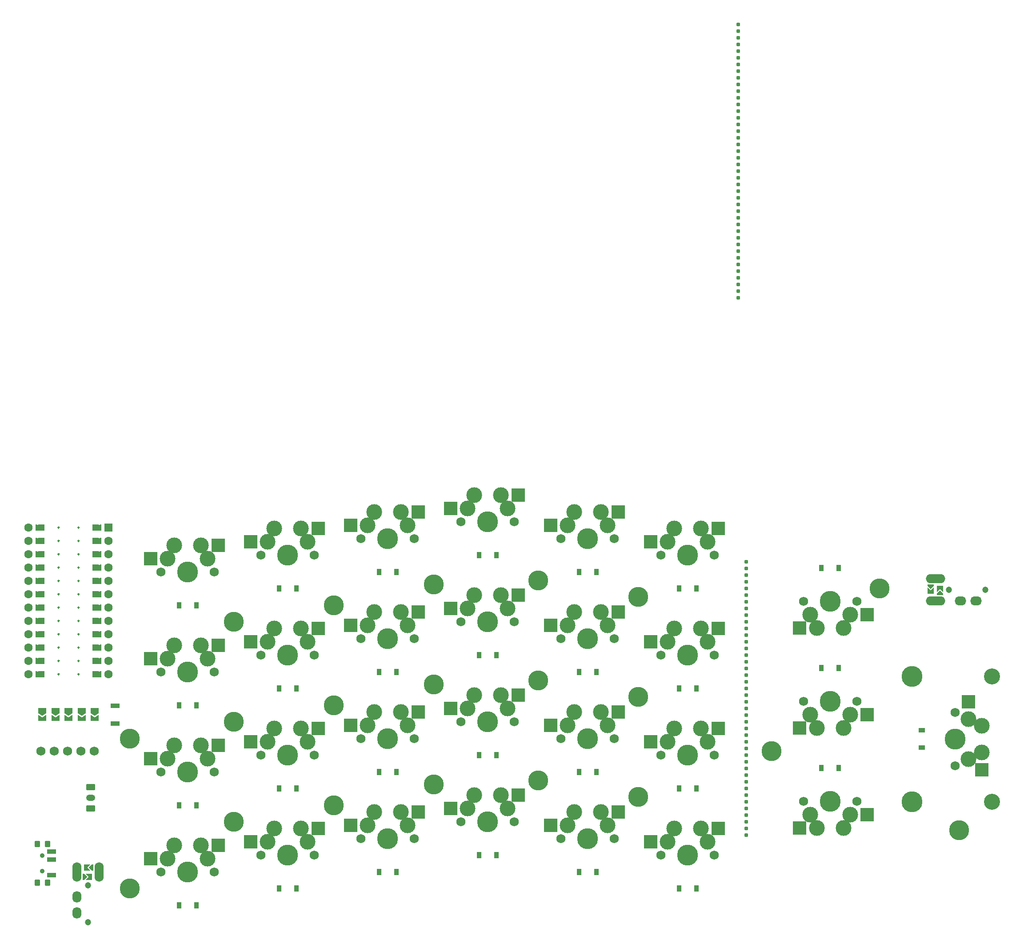
<source format=gbr>
%TF.GenerationSoftware,KiCad,Pcbnew,7.0.7*%
%TF.CreationDate,2024-02-04T16:52:20-05:00*%
%TF.ProjectId,garden,67617264-656e-42e6-9b69-6361645f7063,rev?*%
%TF.SameCoordinates,Original*%
%TF.FileFunction,Soldermask,Bot*%
%TF.FilePolarity,Negative*%
%FSLAX46Y46*%
G04 Gerber Fmt 4.6, Leading zero omitted, Abs format (unit mm)*
G04 Created by KiCad (PCBNEW 7.0.7) date 2024-02-04 16:52:20*
%MOMM*%
%LPD*%
G01*
G04 APERTURE LIST*
G04 Aperture macros list*
%AMRoundRect*
0 Rectangle with rounded corners*
0 $1 Rounding radius*
0 $2 $3 $4 $5 $6 $7 $8 $9 X,Y pos of 4 corners*
0 Add a 4 corners polygon primitive as box body*
4,1,4,$2,$3,$4,$5,$6,$7,$8,$9,$2,$3,0*
0 Add four circle primitives for the rounded corners*
1,1,$1+$1,$2,$3*
1,1,$1+$1,$4,$5*
1,1,$1+$1,$6,$7*
1,1,$1+$1,$8,$9*
0 Add four rect primitives between the rounded corners*
20,1,$1+$1,$2,$3,$4,$5,0*
20,1,$1+$1,$4,$5,$6,$7,0*
20,1,$1+$1,$6,$7,$8,$9,0*
20,1,$1+$1,$8,$9,$2,$3,0*%
%AMFreePoly0*
4,1,6,0.600000,-0.200000,0.600000,-0.500000,-0.600000,-0.500000,-0.600000,-0.200000,0.000000,0.400000,0.600000,-0.200000,0.600000,-0.200000,$1*%
%AMFreePoly1*
4,1,6,0.600000,-1.000000,0.000000,-0.400000,-0.600000,-1.000000,-0.600000,0.250000,0.600000,0.250000,0.600000,-1.000000,0.600000,-1.000000,$1*%
%AMFreePoly2*
4,1,6,0.500000,-0.750000,-0.500000,-0.750000,-1.000000,0.000000,-0.500000,0.750000,0.500000,0.750000,0.500000,-0.750000,0.500000,-0.750000,$1*%
%AMFreePoly3*
4,1,6,0.150000,0.000000,0.650000,-0.750000,-0.500000,-0.750000,-0.500000,0.750000,0.650000,0.750000,0.150000,0.000000,0.150000,0.000000,$1*%
%AMFreePoly4*
4,1,6,0.600000,-0.200000,0.600000,-0.400000,-0.600000,-0.400000,-0.600000,-0.200000,0.000000,0.400000,0.600000,-0.200000,0.600000,-0.200000,$1*%
%AMFreePoly5*
4,1,6,0.600000,0.200000,0.000000,-0.400000,-0.600000,0.200000,-0.600000,0.500000,0.600000,0.500000,0.600000,0.200000,0.600000,0.200000,$1*%
%AMFreePoly6*
4,1,6,0.600000,-0.250000,-0.600000,-0.250000,-0.600000,1.000000,0.000000,0.400000,0.600000,1.000000,0.600000,-0.250000,0.600000,-0.250000,$1*%
G04 Aperture macros list end*
%ADD10C,0.250000*%
%ADD11C,0.100000*%
%ADD12C,0.787400*%
%ADD13C,2.600000*%
%ADD14C,3.800000*%
%ADD15C,1.750000*%
%ADD16C,3.000000*%
%ADD17C,3.987800*%
%ADD18R,2.550000X2.500000*%
%ADD19R,0.900000X1.200000*%
%ADD20O,1.700000X3.700000*%
%ADD21FreePoly0,270.000000*%
%ADD22C,1.200000*%
%ADD23FreePoly0,90.000000*%
%ADD24FreePoly1,90.000000*%
%ADD25FreePoly1,270.000000*%
%ADD26O,1.700000X2.200000*%
%ADD27R,1.200000X0.900000*%
%ADD28R,1.803400X0.812800*%
%ADD29FreePoly2,90.000000*%
%ADD30FreePoly3,90.000000*%
%ADD31C,3.048000*%
%ADD32R,2.500000X2.550000*%
%ADD33C,1.752600*%
%ADD34C,0.900000*%
%ADD35RoundRect,0.102000X0.750000X-0.350000X0.750000X0.350000X-0.750000X0.350000X-0.750000X-0.350000X0*%
%ADD36RoundRect,0.102000X0.400000X-0.500000X0.400000X0.500000X-0.400000X0.500000X-0.400000X-0.500000X0*%
%ADD37RoundRect,0.250000X0.625000X-0.350000X0.625000X0.350000X-0.625000X0.350000X-0.625000X-0.350000X0*%
%ADD38RoundRect,0.250000X-0.625000X0.350000X-0.625000X-0.350000X0.625000X-0.350000X0.625000X0.350000X0*%
%ADD39O,1.750000X1.200000*%
%ADD40C,1.600000*%
%ADD41R,1.600000X1.600000*%
%ADD42FreePoly4,90.000000*%
%ADD43FreePoly4,270.000000*%
%ADD44O,3.700000X1.700000*%
%ADD45FreePoly5,0.000000*%
%ADD46FreePoly5,180.000000*%
%ADD47FreePoly6,0.000000*%
%ADD48FreePoly6,180.000000*%
%ADD49O,2.200000X1.700000*%
G04 APERTURE END LIST*
D10*
%TO.C,U1*%
X30859250Y-41534179D02*
G75*
G03*
X30859250Y-41534179I-125000J0D01*
G01*
X27053250Y-41534179D02*
G75*
G03*
X27053250Y-41534179I-125000J0D01*
G01*
X30859250Y-44074179D02*
G75*
G03*
X30859250Y-44074179I-125000J0D01*
G01*
X27053250Y-44074179D02*
G75*
G03*
X27053250Y-44074179I-125000J0D01*
G01*
X30859250Y-46614179D02*
G75*
G03*
X30859250Y-46614179I-125000J0D01*
G01*
X27053250Y-46614179D02*
G75*
G03*
X27053250Y-46614179I-125000J0D01*
G01*
X30859250Y-49154179D02*
G75*
G03*
X30859250Y-49154179I-125000J0D01*
G01*
X27053250Y-49154179D02*
G75*
G03*
X27053250Y-49154179I-125000J0D01*
G01*
X30859250Y-51694179D02*
G75*
G03*
X30859250Y-51694179I-125000J0D01*
G01*
X27053250Y-51694179D02*
G75*
G03*
X27053250Y-51694179I-125000J0D01*
G01*
X30859250Y-54234179D02*
G75*
G03*
X30859250Y-54234179I-125000J0D01*
G01*
X27053250Y-54234179D02*
G75*
G03*
X27053250Y-54234179I-125000J0D01*
G01*
X30859250Y-56774179D02*
G75*
G03*
X30859250Y-56774179I-125000J0D01*
G01*
X27053250Y-56774179D02*
G75*
G03*
X27053250Y-56774179I-125000J0D01*
G01*
X30859250Y-59314179D02*
G75*
G03*
X30859250Y-59314179I-125000J0D01*
G01*
X27053250Y-59314179D02*
G75*
G03*
X27053250Y-59314179I-125000J0D01*
G01*
X30859250Y-61854179D02*
G75*
G03*
X30859250Y-61854179I-125000J0D01*
G01*
X27053250Y-61854179D02*
G75*
G03*
X27053250Y-61854179I-125000J0D01*
G01*
X30859250Y-64394179D02*
G75*
G03*
X30859250Y-64394179I-125000J0D01*
G01*
X27053250Y-64394179D02*
G75*
G03*
X27053250Y-64394179I-125000J0D01*
G01*
X30859250Y-66934179D02*
G75*
G03*
X30859250Y-66934179I-125000J0D01*
G01*
X27053250Y-66934179D02*
G75*
G03*
X27053250Y-66934179I-125000J0D01*
G01*
X30859250Y-69474179D02*
G75*
G03*
X30859250Y-69474179I-125000J0D01*
G01*
X27053250Y-69474179D02*
G75*
G03*
X27053250Y-69474179I-125000J0D01*
G01*
D11*
X34927250Y-42042179D02*
X33911250Y-42042179D01*
X33911250Y-41026179D01*
X34927250Y-41026179D01*
X34927250Y-42042179D01*
G36*
X34927250Y-42042179D02*
G01*
X33911250Y-42042179D01*
X33911250Y-41026179D01*
X34927250Y-41026179D01*
X34927250Y-42042179D01*
G37*
X23751250Y-42042179D02*
X22735250Y-42042179D01*
X22735250Y-41026179D01*
X23751250Y-41026179D01*
X23751250Y-42042179D01*
G36*
X23751250Y-42042179D02*
G01*
X22735250Y-42042179D01*
X22735250Y-41026179D01*
X23751250Y-41026179D01*
X23751250Y-42042179D01*
G37*
X34927250Y-44582179D02*
X33911250Y-44582179D01*
X33911250Y-43566179D01*
X34927250Y-43566179D01*
X34927250Y-44582179D01*
G36*
X34927250Y-44582179D02*
G01*
X33911250Y-44582179D01*
X33911250Y-43566179D01*
X34927250Y-43566179D01*
X34927250Y-44582179D01*
G37*
X23751250Y-44582179D02*
X22735250Y-44582179D01*
X22735250Y-43566179D01*
X23751250Y-43566179D01*
X23751250Y-44582179D01*
G36*
X23751250Y-44582179D02*
G01*
X22735250Y-44582179D01*
X22735250Y-43566179D01*
X23751250Y-43566179D01*
X23751250Y-44582179D01*
G37*
X34927250Y-47122179D02*
X33911250Y-47122179D01*
X33911250Y-46106179D01*
X34927250Y-46106179D01*
X34927250Y-47122179D01*
G36*
X34927250Y-47122179D02*
G01*
X33911250Y-47122179D01*
X33911250Y-46106179D01*
X34927250Y-46106179D01*
X34927250Y-47122179D01*
G37*
X23751250Y-47122179D02*
X22735250Y-47122179D01*
X22735250Y-46106179D01*
X23751250Y-46106179D01*
X23751250Y-47122179D01*
G36*
X23751250Y-47122179D02*
G01*
X22735250Y-47122179D01*
X22735250Y-46106179D01*
X23751250Y-46106179D01*
X23751250Y-47122179D01*
G37*
X34927250Y-49662179D02*
X33911250Y-49662179D01*
X33911250Y-48646179D01*
X34927250Y-48646179D01*
X34927250Y-49662179D01*
G36*
X34927250Y-49662179D02*
G01*
X33911250Y-49662179D01*
X33911250Y-48646179D01*
X34927250Y-48646179D01*
X34927250Y-49662179D01*
G37*
X23751250Y-49662179D02*
X22735250Y-49662179D01*
X22735250Y-48646179D01*
X23751250Y-48646179D01*
X23751250Y-49662179D01*
G36*
X23751250Y-49662179D02*
G01*
X22735250Y-49662179D01*
X22735250Y-48646179D01*
X23751250Y-48646179D01*
X23751250Y-49662179D01*
G37*
X34927250Y-52202179D02*
X33911250Y-52202179D01*
X33911250Y-51186179D01*
X34927250Y-51186179D01*
X34927250Y-52202179D01*
G36*
X34927250Y-52202179D02*
G01*
X33911250Y-52202179D01*
X33911250Y-51186179D01*
X34927250Y-51186179D01*
X34927250Y-52202179D01*
G37*
X23751250Y-52202179D02*
X22735250Y-52202179D01*
X22735250Y-51186179D01*
X23751250Y-51186179D01*
X23751250Y-52202179D01*
G36*
X23751250Y-52202179D02*
G01*
X22735250Y-52202179D01*
X22735250Y-51186179D01*
X23751250Y-51186179D01*
X23751250Y-52202179D01*
G37*
X34927250Y-54742179D02*
X33911250Y-54742179D01*
X33911250Y-53726179D01*
X34927250Y-53726179D01*
X34927250Y-54742179D01*
G36*
X34927250Y-54742179D02*
G01*
X33911250Y-54742179D01*
X33911250Y-53726179D01*
X34927250Y-53726179D01*
X34927250Y-54742179D01*
G37*
X23751250Y-54742179D02*
X22735250Y-54742179D01*
X22735250Y-53726179D01*
X23751250Y-53726179D01*
X23751250Y-54742179D01*
G36*
X23751250Y-54742179D02*
G01*
X22735250Y-54742179D01*
X22735250Y-53726179D01*
X23751250Y-53726179D01*
X23751250Y-54742179D01*
G37*
X34927250Y-57282179D02*
X33911250Y-57282179D01*
X33911250Y-56266179D01*
X34927250Y-56266179D01*
X34927250Y-57282179D01*
G36*
X34927250Y-57282179D02*
G01*
X33911250Y-57282179D01*
X33911250Y-56266179D01*
X34927250Y-56266179D01*
X34927250Y-57282179D01*
G37*
X23751250Y-57282179D02*
X22735250Y-57282179D01*
X22735250Y-56266179D01*
X23751250Y-56266179D01*
X23751250Y-57282179D01*
G36*
X23751250Y-57282179D02*
G01*
X22735250Y-57282179D01*
X22735250Y-56266179D01*
X23751250Y-56266179D01*
X23751250Y-57282179D01*
G37*
X34927250Y-59822179D02*
X33911250Y-59822179D01*
X33911250Y-58806179D01*
X34927250Y-58806179D01*
X34927250Y-59822179D01*
G36*
X34927250Y-59822179D02*
G01*
X33911250Y-59822179D01*
X33911250Y-58806179D01*
X34927250Y-58806179D01*
X34927250Y-59822179D01*
G37*
X23751250Y-59822179D02*
X22735250Y-59822179D01*
X22735250Y-58806179D01*
X23751250Y-58806179D01*
X23751250Y-59822179D01*
G36*
X23751250Y-59822179D02*
G01*
X22735250Y-59822179D01*
X22735250Y-58806179D01*
X23751250Y-58806179D01*
X23751250Y-59822179D01*
G37*
X34927250Y-62362179D02*
X33911250Y-62362179D01*
X33911250Y-61346179D01*
X34927250Y-61346179D01*
X34927250Y-62362179D01*
G36*
X34927250Y-62362179D02*
G01*
X33911250Y-62362179D01*
X33911250Y-61346179D01*
X34927250Y-61346179D01*
X34927250Y-62362179D01*
G37*
X23751250Y-62362179D02*
X22735250Y-62362179D01*
X22735250Y-61346179D01*
X23751250Y-61346179D01*
X23751250Y-62362179D01*
G36*
X23751250Y-62362179D02*
G01*
X22735250Y-62362179D01*
X22735250Y-61346179D01*
X23751250Y-61346179D01*
X23751250Y-62362179D01*
G37*
X34927250Y-64902179D02*
X33911250Y-64902179D01*
X33911250Y-63886179D01*
X34927250Y-63886179D01*
X34927250Y-64902179D01*
G36*
X34927250Y-64902179D02*
G01*
X33911250Y-64902179D01*
X33911250Y-63886179D01*
X34927250Y-63886179D01*
X34927250Y-64902179D01*
G37*
X23751250Y-64902179D02*
X22735250Y-64902179D01*
X22735250Y-63886179D01*
X23751250Y-63886179D01*
X23751250Y-64902179D01*
G36*
X23751250Y-64902179D02*
G01*
X22735250Y-64902179D01*
X22735250Y-63886179D01*
X23751250Y-63886179D01*
X23751250Y-64902179D01*
G37*
X34927250Y-67442179D02*
X33911250Y-67442179D01*
X33911250Y-66426179D01*
X34927250Y-66426179D01*
X34927250Y-67442179D01*
G36*
X34927250Y-67442179D02*
G01*
X33911250Y-67442179D01*
X33911250Y-66426179D01*
X34927250Y-66426179D01*
X34927250Y-67442179D01*
G37*
X23751250Y-67442179D02*
X22735250Y-67442179D01*
X22735250Y-66426179D01*
X23751250Y-66426179D01*
X23751250Y-67442179D01*
G36*
X23751250Y-67442179D02*
G01*
X22735250Y-67442179D01*
X22735250Y-66426179D01*
X23751250Y-66426179D01*
X23751250Y-67442179D01*
G37*
X34927250Y-69982179D02*
X33911250Y-69982179D01*
X33911250Y-68966179D01*
X34927250Y-68966179D01*
X34927250Y-69982179D01*
G36*
X34927250Y-69982179D02*
G01*
X33911250Y-69982179D01*
X33911250Y-68966179D01*
X34927250Y-68966179D01*
X34927250Y-69982179D01*
G37*
X23751250Y-69982179D02*
X22735250Y-69982179D01*
X22735250Y-68966179D01*
X23751250Y-68966179D01*
X23751250Y-69982179D01*
G36*
X23751250Y-69982179D02*
G01*
X22735250Y-69982179D01*
X22735250Y-68966179D01*
X23751250Y-68966179D01*
X23751250Y-69982179D01*
G37*
%TD*%
D12*
%TO.C,REF\u002A\u002A*%
X156368750Y8572500D03*
X156368750Y9842500D03*
X156368750Y11112500D03*
X156368750Y12382500D03*
X156368750Y13652500D03*
%TD*%
%TO.C,REF\u002A\u002A*%
X156368750Y46672500D03*
X156368750Y47942500D03*
X156368750Y49212500D03*
X156368750Y50482500D03*
X156368750Y51752500D03*
%TD*%
%TO.C,REF\u002A\u002A*%
X156368750Y40322500D03*
X156368750Y41592500D03*
X156368750Y42862500D03*
X156368750Y44132500D03*
X156368750Y45402500D03*
%TD*%
%TO.C,REF\u002A\u002A*%
X156368750Y33972500D03*
X156368750Y35242500D03*
X156368750Y36512500D03*
X156368750Y37782500D03*
X156368750Y39052500D03*
%TD*%
%TO.C,REF\u002A\u002A*%
X156368750Y14922500D03*
X156368750Y16192500D03*
X156368750Y17462500D03*
X156368750Y18732500D03*
X156368750Y20002500D03*
%TD*%
%TO.C,REF\u002A\u002A*%
X156368750Y21272500D03*
X156368750Y22542500D03*
X156368750Y23812500D03*
X156368750Y25082500D03*
X156368750Y26352500D03*
%TD*%
%TO.C,REF\u002A\u002A*%
X156368750Y2222500D03*
X156368750Y3492500D03*
X156368750Y4762500D03*
X156368750Y6032500D03*
X156368750Y7302500D03*
%TD*%
%TO.C,REF\u002A\u002A*%
X156368750Y53022500D03*
X156368750Y54292500D03*
%TD*%
%TO.C,REF\u002A\u002A*%
X156368750Y27622500D03*
X156368750Y28892500D03*
X156368750Y30162500D03*
X156368750Y31432500D03*
X156368750Y32702500D03*
%TD*%
D13*
%TO.C,REF\u002A\u002A*%
X162718750Y-84137500D03*
D14*
X162718750Y-84137500D03*
%TD*%
D12*
%TO.C,REF\u002A\u002A*%
X157956250Y-88741250D03*
X157956250Y-90011250D03*
X157956250Y-91281250D03*
X157956250Y-92551250D03*
X157956250Y-93821250D03*
%TD*%
D15*
%TO.C,MX15*%
X103601250Y-78581250D03*
D16*
X104871250Y-76041250D03*
D17*
X108681250Y-78581250D03*
D16*
X111221250Y-73501250D03*
D15*
X113761250Y-78581250D03*
D18*
X101596250Y-76041250D03*
X114523250Y-73501250D03*
%TD*%
D19*
%TO.C,D28*%
X172243750Y-49276004D03*
X175543750Y-49276004D03*
%TD*%
%TO.C,D3*%
X53181250Y-94456250D03*
X49881250Y-94456250D03*
%TD*%
D13*
%TO.C,REF\u002A\u002A*%
X118268750Y-89693750D03*
D14*
X118268750Y-89693750D03*
%TD*%
D15*
%TO.C,MX4*%
X46451250Y-107156250D03*
D16*
X47721250Y-104616250D03*
D17*
X51531250Y-107156250D03*
D16*
X54071250Y-102076250D03*
D15*
X56611250Y-107156250D03*
D18*
X44446250Y-104616250D03*
X57373250Y-102076250D03*
%TD*%
D19*
%TO.C,D13*%
X110331250Y-46831250D03*
X107031250Y-46831250D03*
%TD*%
D13*
%TO.C,REF\u002A\u002A*%
X60325000Y-78581250D03*
D14*
X60325000Y-78581250D03*
%TD*%
D12*
%TO.C,REF\u002A\u002A*%
X157956250Y-50641250D03*
X157956250Y-51911250D03*
X157956250Y-53181250D03*
X157956250Y-54451250D03*
X157956250Y-55721250D03*
%TD*%
D19*
%TO.C,D27*%
X172243750Y-68326004D03*
X175543750Y-68326004D03*
%TD*%
D13*
%TO.C,REF\u002A\u002A*%
X40481250Y-81756250D03*
D14*
X40481250Y-81756250D03*
%TD*%
D13*
%TO.C,REF\u002A\u002A*%
X137318750Y-92868750D03*
D14*
X137318750Y-92868750D03*
%TD*%
D12*
%TO.C,REF\u002A\u002A*%
X157956250Y-56991250D03*
X157956250Y-58261250D03*
X157956250Y-59531250D03*
X157956250Y-60801250D03*
X157956250Y-62071250D03*
%TD*%
D19*
%TO.C,D14*%
X110331250Y-65881250D03*
X107031250Y-65881250D03*
%TD*%
%TO.C,D6*%
X72231250Y-72231250D03*
X68931250Y-72231250D03*
%TD*%
D13*
%TO.C,REF\u002A\u002A*%
X79375000Y-94456250D03*
D14*
X79375000Y-94456250D03*
%TD*%
D13*
%TO.C,REF\u002A\u002A*%
X98425000Y-90487500D03*
D14*
X98425000Y-90487500D03*
%TD*%
D13*
%TO.C,REF\u002A\u002A*%
X79375000Y-75406250D03*
D14*
X79375000Y-75406250D03*
%TD*%
D12*
%TO.C,REF\u002A\u002A*%
X157956250Y-63341250D03*
X157956250Y-64611250D03*
X157956250Y-65881250D03*
X157956250Y-67151250D03*
X157956250Y-68421250D03*
%TD*%
D19*
%TO.C,D17*%
X129381250Y-50006250D03*
X126081250Y-50006250D03*
%TD*%
D13*
%TO.C,REF\u002A\u002A*%
X137318750Y-73818750D03*
D14*
X137318750Y-73818750D03*
%TD*%
D19*
%TO.C,D24*%
X148431250Y-110331250D03*
X145131250Y-110331250D03*
%TD*%
D15*
%TO.C,MX15*%
X113761250Y-78581250D03*
D16*
X112491250Y-76041250D03*
D17*
X108681250Y-78581250D03*
D16*
X106141250Y-73501250D03*
D15*
X103601250Y-78581250D03*
%TD*%
%TO.C,MX17*%
X132811250Y-43656250D03*
D16*
X131541250Y-41116250D03*
D17*
X127731250Y-43656250D03*
D16*
X125191250Y-38576250D03*
D15*
X122651250Y-43656250D03*
%TD*%
%TO.C,MX9*%
X94711250Y-43656250D03*
D16*
X93441250Y-41116250D03*
D17*
X89631250Y-43656250D03*
D16*
X87091250Y-38576250D03*
D15*
X84551250Y-43656250D03*
%TD*%
%TO.C,MX21*%
X151861250Y-46831250D03*
D16*
X150591250Y-44291250D03*
D17*
X146781250Y-46831250D03*
D16*
X144241250Y-41751250D03*
D15*
X141701250Y-46831250D03*
%TD*%
%TO.C,MX20*%
X132811250Y-100806250D03*
D16*
X131541250Y-98266250D03*
D17*
X127731250Y-100806250D03*
D16*
X125191250Y-95726250D03*
D15*
X122651250Y-100806250D03*
%TD*%
%TO.C,MX8*%
X75661250Y-103981250D03*
D16*
X74391250Y-101441250D03*
D17*
X70581250Y-103981250D03*
D16*
X68041250Y-98901250D03*
D15*
X65501250Y-103981250D03*
%TD*%
D20*
%TO.C,U2*%
X30443750Y-107193750D03*
D21*
X32035750Y-108083750D03*
D22*
X32543750Y-109743750D03*
X32543750Y-109743750D03*
X32543750Y-116743750D03*
X32543750Y-116743750D03*
D23*
X33051750Y-106305750D03*
D20*
X34643750Y-107193750D03*
D24*
X32035750Y-106305750D03*
D25*
X33051750Y-108083750D03*
D26*
X30443750Y-111943750D03*
X30443750Y-114943750D03*
%TD*%
D19*
%TO.C,D21*%
X148431250Y-53181250D03*
X145131250Y-53181250D03*
%TD*%
D15*
%TO.C,MX1*%
X46451250Y-50006250D03*
D16*
X47721250Y-47466250D03*
D17*
X51531250Y-50006250D03*
D16*
X54071250Y-44926250D03*
D15*
X56611250Y-50006250D03*
D18*
X44446250Y-47466250D03*
X57373250Y-44926250D03*
%TD*%
D13*
%TO.C,REF\u002A\u002A*%
X60325000Y-59531250D03*
D14*
X60325000Y-59531250D03*
%TD*%
D13*
%TO.C,REF\u002A\u002A*%
X198437500Y-99218750D03*
D14*
X198437500Y-99218750D03*
%TD*%
D27*
%TO.C,D25*%
X191376729Y-83490229D03*
X191376729Y-80190229D03*
%TD*%
D15*
%TO.C,MX23*%
X141701250Y-84931250D03*
D16*
X142971250Y-82391250D03*
D17*
X146781250Y-84931250D03*
D16*
X149321250Y-79851250D03*
D15*
X151861250Y-84931250D03*
D18*
X139696250Y-82391250D03*
X152623250Y-79851250D03*
%TD*%
D19*
%TO.C,D2*%
X53181250Y-75406250D03*
X49881250Y-75406250D03*
%TD*%
%TO.C,D5*%
X72231250Y-53181250D03*
X68931250Y-53181250D03*
%TD*%
D15*
%TO.C,MX27*%
X178973750Y-74676004D03*
X178973750Y-74676004D03*
D16*
X177703750Y-77216004D03*
X176433750Y-79756004D03*
D17*
X173893750Y-74676004D03*
X173893750Y-74676004D03*
D16*
X171353750Y-79756004D03*
X170083750Y-77216004D03*
D15*
X168813750Y-74676004D03*
X168813750Y-74676004D03*
D18*
X180978750Y-77216004D03*
X168051750Y-79756004D03*
%TD*%
D15*
%TO.C,MX22*%
X141701250Y-65881250D03*
D16*
X142971250Y-63341250D03*
D17*
X146781250Y-65881250D03*
D16*
X149321250Y-60801250D03*
D15*
X151861250Y-65881250D03*
D18*
X139696250Y-63341250D03*
X152623250Y-60801250D03*
%TD*%
D15*
%TO.C,MX28*%
X178973750Y-55626004D03*
X178973750Y-55626004D03*
D16*
X177703750Y-58166004D03*
X176433750Y-60706004D03*
D17*
X173893750Y-55626004D03*
X173893750Y-55626004D03*
D16*
X171353750Y-60706004D03*
X170083750Y-58166004D03*
D15*
X168813750Y-55626004D03*
X168813750Y-55626004D03*
D18*
X180978750Y-58166004D03*
X168051750Y-60706004D03*
%TD*%
D15*
%TO.C,MX8*%
X65501250Y-103981250D03*
D16*
X66771250Y-101441250D03*
D17*
X70581250Y-103981250D03*
D16*
X73121250Y-98901250D03*
D15*
X75661250Y-103981250D03*
D18*
X63496250Y-101441250D03*
X76423250Y-98901250D03*
%TD*%
D19*
%TO.C,D18*%
X129381250Y-69056250D03*
X126081250Y-69056250D03*
%TD*%
D15*
%TO.C,MX16*%
X103601250Y-97631250D03*
D16*
X104871250Y-95091250D03*
D17*
X108681250Y-97631250D03*
D16*
X111221250Y-92551250D03*
D15*
X113761250Y-97631250D03*
D18*
X101596250Y-95091250D03*
X114523250Y-92551250D03*
%TD*%
D13*
%TO.C,REF\u002A\u002A*%
X137318750Y-54768750D03*
D14*
X137318750Y-54768750D03*
%TD*%
D19*
%TO.C,D26*%
X172243750Y-87376004D03*
X175543750Y-87376004D03*
%TD*%
D12*
%TO.C,REF\u002A\u002A*%
X157956250Y-82391250D03*
X157956250Y-83661250D03*
X157956250Y-84931250D03*
X157956250Y-86201250D03*
X157956250Y-87471250D03*
%TD*%
D13*
%TO.C,REF\u002A\u002A*%
X98425000Y-52387500D03*
D14*
X98425000Y-52387500D03*
%TD*%
D19*
%TO.C,D12*%
X91281250Y-107156250D03*
X87981250Y-107156250D03*
%TD*%
D28*
%TO.C,SW0*%
X37677250Y-78919804D03*
X37677250Y-75519800D03*
%TD*%
D15*
%TO.C,MX11*%
X84551250Y-81756250D03*
D16*
X85821250Y-79216250D03*
D17*
X89631250Y-81756250D03*
D16*
X92171250Y-76676250D03*
D15*
X94711250Y-81756250D03*
D18*
X82546250Y-79216250D03*
X95473250Y-76676250D03*
%TD*%
D13*
%TO.C,REF\u002A\u002A*%
X183356250Y-53181250D03*
D14*
X183356250Y-53181250D03*
%TD*%
D19*
%TO.C,D11*%
X91281250Y-88106250D03*
X87981250Y-88106250D03*
%TD*%
D15*
%TO.C,MX18*%
X122651250Y-62706250D03*
D16*
X123921250Y-60166250D03*
D17*
X127731250Y-62706250D03*
D16*
X130271250Y-57626250D03*
D15*
X132811250Y-62706250D03*
D18*
X120646250Y-60166250D03*
X133573250Y-57626250D03*
%TD*%
D19*
%TO.C,D20*%
X129381250Y-107156250D03*
X126081250Y-107156250D03*
%TD*%
D15*
%TO.C,MX26*%
X178973750Y-93726004D03*
X178973750Y-93726004D03*
D16*
X177703750Y-96266004D03*
X176433750Y-98806004D03*
D17*
X173893750Y-93726004D03*
X173893750Y-93726004D03*
D16*
X171353750Y-98806004D03*
X170083750Y-96266004D03*
D15*
X168813750Y-93726004D03*
X168813750Y-93726004D03*
D18*
X180978750Y-96266004D03*
X168051750Y-98806004D03*
%TD*%
D15*
%TO.C,MX9*%
X84551250Y-43656250D03*
D16*
X85821250Y-41116250D03*
D17*
X89631250Y-43656250D03*
D16*
X92171250Y-38576250D03*
D15*
X94711250Y-43656250D03*
D18*
X82546250Y-41116250D03*
X95473250Y-38576250D03*
%TD*%
D19*
%TO.C,D4*%
X53181250Y-113506250D03*
X49881250Y-113506250D03*
%TD*%
D15*
%TO.C,MX3*%
X46451250Y-88106250D03*
D16*
X47721250Y-85566250D03*
D17*
X51531250Y-88106250D03*
D16*
X54071250Y-83026250D03*
D15*
X56611250Y-88106250D03*
D18*
X44446250Y-85566250D03*
X57373250Y-83026250D03*
%TD*%
D19*
%TO.C,D19*%
X129381250Y-88106250D03*
X126081250Y-88106250D03*
%TD*%
%TO.C,D23*%
X148431250Y-91281250D03*
X145131250Y-91281250D03*
%TD*%
D13*
%TO.C,REF\u002A\u002A*%
X60325000Y-97631250D03*
D14*
X60325000Y-97631250D03*
%TD*%
D29*
%TO.C,J1*%
X23831250Y-76428000D03*
X26331250Y-76428000D03*
X28831250Y-76428000D03*
X31331250Y-76428000D03*
X33831250Y-76428000D03*
D30*
X23831250Y-77878000D03*
X26331250Y-77878000D03*
X28831250Y-77878000D03*
X31331250Y-77878000D03*
X33831250Y-77878000D03*
%TD*%
D19*
%TO.C,D16*%
X110331250Y-103981250D03*
X107031250Y-103981250D03*
%TD*%
D31*
%TO.C,MX25*%
X204711729Y-69902229D03*
D17*
X189471729Y-69902229D03*
D15*
X197726729Y-76760229D03*
D16*
X200266729Y-78030229D03*
X202806729Y-79300229D03*
D17*
X197726729Y-81840229D03*
D16*
X202806729Y-84380229D03*
X200266729Y-85650229D03*
D15*
X197726729Y-86920229D03*
D31*
X204711729Y-93778229D03*
D17*
X189471729Y-93778229D03*
D32*
X200266729Y-74755229D03*
X202806729Y-87682229D03*
%TD*%
D12*
%TO.C,REF\u002A\u002A*%
X157956250Y-76041250D03*
X157956250Y-77311250D03*
X157956250Y-78581250D03*
X157956250Y-79851250D03*
X157956250Y-81121250D03*
%TD*%
D15*
%TO.C,MX10*%
X84551250Y-62706250D03*
D16*
X85821250Y-60166250D03*
D17*
X89631250Y-62706250D03*
D16*
X92171250Y-57626250D03*
D15*
X94711250Y-62706250D03*
D18*
X82546250Y-60166250D03*
X95473250Y-57626250D03*
%TD*%
D19*
%TO.C,D7*%
X72231250Y-91281250D03*
X68931250Y-91281250D03*
%TD*%
%TO.C,D1*%
X53181250Y-56356250D03*
X49881250Y-56356250D03*
%TD*%
%TO.C,D10*%
X91281250Y-69056250D03*
X87981250Y-69056250D03*
%TD*%
%TO.C,D15*%
X110331250Y-84931250D03*
X107031250Y-84931250D03*
%TD*%
D13*
%TO.C,REF\u002A\u002A*%
X98425000Y-71437500D03*
D14*
X98425000Y-71437500D03*
%TD*%
D15*
%TO.C,MX18*%
X132811250Y-62706250D03*
D16*
X131541250Y-60166250D03*
D17*
X127731250Y-62706250D03*
D16*
X125191250Y-57626250D03*
D15*
X122651250Y-62706250D03*
%TD*%
D33*
%TO.C,Display1*%
X23591250Y-84137500D03*
X26131250Y-84137500D03*
X28671250Y-84137500D03*
X31211250Y-84137500D03*
X33751250Y-84137500D03*
%TD*%
D34*
%TO.C,SW1*%
X23821000Y-107010429D03*
X23821000Y-107010429D03*
X23821000Y-104010429D03*
X23821000Y-104010429D03*
D35*
X25571000Y-107760429D03*
X25571000Y-104760429D03*
X25571000Y-103260429D03*
D36*
X24786000Y-109160429D03*
X22856000Y-109160429D03*
X22856000Y-101860429D03*
X24786000Y-101860429D03*
%TD*%
D37*
%TO.C,J2*%
X32997000Y-95029250D03*
D38*
X32997000Y-95029250D03*
D37*
X32997000Y-91029250D03*
D38*
X32997000Y-91029250D03*
D39*
X32997000Y-93029250D03*
X32997000Y-93029250D03*
X32997000Y-93029250D03*
X32997000Y-93029250D03*
%TD*%
D15*
%TO.C,MX2*%
X56611250Y-69056250D03*
D16*
X55341250Y-66516250D03*
D17*
X51531250Y-69056250D03*
D16*
X48991250Y-63976250D03*
D15*
X46451250Y-69056250D03*
%TD*%
%TO.C,MX16*%
X113761250Y-97631250D03*
D16*
X112491250Y-95091250D03*
D17*
X108681250Y-97631250D03*
D16*
X106141250Y-92551250D03*
D15*
X103601250Y-97631250D03*
%TD*%
%TO.C,MX1*%
X56611250Y-50006250D03*
D16*
X55341250Y-47466250D03*
D17*
X51531250Y-50006250D03*
D16*
X48991250Y-44926250D03*
D15*
X46451250Y-50006250D03*
%TD*%
%TO.C,MX7*%
X75661250Y-84931250D03*
D16*
X74391250Y-82391250D03*
D17*
X70581250Y-84931250D03*
D16*
X68041250Y-79851250D03*
D15*
X65501250Y-84931250D03*
%TD*%
%TO.C,MX5*%
X75661250Y-46831250D03*
D16*
X74391250Y-44291250D03*
D17*
X70581250Y-46831250D03*
D16*
X68041250Y-41751250D03*
D15*
X65501250Y-46831250D03*
%TD*%
%TO.C,MX13*%
X113761250Y-40481250D03*
D16*
X112491250Y-37941250D03*
D17*
X108681250Y-40481250D03*
D16*
X106141250Y-35401250D03*
D15*
X103601250Y-40481250D03*
%TD*%
%TO.C,MX3*%
X56611250Y-88106250D03*
D16*
X55341250Y-85566250D03*
D17*
X51531250Y-88106250D03*
D16*
X48991250Y-83026250D03*
D15*
X46451250Y-88106250D03*
%TD*%
%TO.C,MX6*%
X75661250Y-65881250D03*
D16*
X74391250Y-63341250D03*
D17*
X70581250Y-65881250D03*
D16*
X68041250Y-60801250D03*
D15*
X65501250Y-65881250D03*
%TD*%
D40*
%TO.C,U1*%
X36451250Y-41534179D03*
D41*
X36451250Y-41534179D03*
D42*
X34673250Y-41534179D03*
D43*
X22989250Y-41534179D03*
D40*
X21211250Y-41534179D03*
X36451250Y-44074179D03*
D42*
X34673250Y-44074179D03*
D43*
X22989250Y-44074179D03*
D40*
X21211250Y-44074179D03*
X36451250Y-46614179D03*
D42*
X34673250Y-46614179D03*
D43*
X22989250Y-46614179D03*
D40*
X21211250Y-46614179D03*
X36451250Y-49154179D03*
D42*
X34673250Y-49154179D03*
D43*
X22989250Y-49154179D03*
D40*
X21211250Y-49154179D03*
X36451250Y-51694179D03*
D42*
X34673250Y-51694179D03*
D43*
X22989250Y-51694179D03*
D40*
X21211250Y-51694179D03*
X36451250Y-54234179D03*
D42*
X34673250Y-54234179D03*
D43*
X22989250Y-54234179D03*
D40*
X21211250Y-54234179D03*
X36451250Y-56774179D03*
D42*
X34673250Y-56774179D03*
D43*
X22989250Y-56774179D03*
D40*
X21211250Y-56774179D03*
X36451250Y-59314179D03*
D42*
X34673250Y-59314179D03*
D43*
X22989250Y-59314179D03*
D40*
X21211250Y-59314179D03*
X36451250Y-61854179D03*
D42*
X34673250Y-61854179D03*
D43*
X22989250Y-61854179D03*
D40*
X21211250Y-61854179D03*
X36451250Y-64394179D03*
D42*
X34673250Y-64394179D03*
D43*
X22989250Y-64394179D03*
D40*
X21211250Y-64394179D03*
X36451250Y-66934179D03*
D42*
X34673250Y-66934179D03*
D43*
X22989250Y-66934179D03*
D40*
X21211250Y-66934179D03*
X36451250Y-69474179D03*
D42*
X34673250Y-69474179D03*
D43*
X22989250Y-69474179D03*
D40*
X21211250Y-69474179D03*
D25*
X24005250Y-41534179D03*
X24005250Y-44074179D03*
X24005250Y-46614179D03*
X24005250Y-49154179D03*
X24005250Y-51694179D03*
X24005250Y-54234179D03*
X24005250Y-56774179D03*
X24005250Y-59314179D03*
X24005250Y-61854179D03*
X24005250Y-64394179D03*
X24005250Y-66934179D03*
X24005250Y-69474179D03*
D24*
X33657250Y-69474179D03*
X33657250Y-66934179D03*
X33657250Y-64394179D03*
X33657250Y-61854179D03*
X33657250Y-59314179D03*
X33657250Y-56774179D03*
X33657250Y-54234179D03*
X33657250Y-51694179D03*
X33657250Y-49154179D03*
X33657250Y-46614179D03*
X33657250Y-44074179D03*
X33657250Y-41534179D03*
%TD*%
D15*
%TO.C,MX4*%
X56611250Y-107156250D03*
D16*
X55341250Y-104616250D03*
D17*
X51531250Y-107156250D03*
D16*
X48991250Y-102076250D03*
D15*
X46451250Y-107156250D03*
%TD*%
%TO.C,MX12*%
X94711250Y-100806250D03*
D16*
X93441250Y-98266250D03*
D17*
X89631250Y-100806250D03*
D16*
X87091250Y-95726250D03*
D15*
X84551250Y-100806250D03*
%TD*%
%TO.C,MX14*%
X113761250Y-59531250D03*
D16*
X112491250Y-56991250D03*
D17*
X108681250Y-59531250D03*
D16*
X106141250Y-54451250D03*
D15*
X103601250Y-59531250D03*
%TD*%
%TO.C,MX22*%
X151861250Y-65881250D03*
D16*
X150591250Y-63341250D03*
D17*
X146781250Y-65881250D03*
D16*
X144241250Y-60801250D03*
D15*
X141701250Y-65881250D03*
%TD*%
%TO.C,MX11*%
X94711250Y-81756250D03*
D16*
X93441250Y-79216250D03*
D17*
X89631250Y-81756250D03*
D16*
X87091250Y-76676250D03*
D15*
X84551250Y-81756250D03*
%TD*%
%TO.C,MX19*%
X132811250Y-81756250D03*
D16*
X131541250Y-79216250D03*
D17*
X127731250Y-81756250D03*
D16*
X125191250Y-76676250D03*
D15*
X122651250Y-81756250D03*
%TD*%
%TO.C,MX23*%
X151861250Y-84931250D03*
D16*
X150591250Y-82391250D03*
D17*
X146781250Y-84931250D03*
D16*
X144241250Y-79851250D03*
D15*
X141701250Y-84931250D03*
%TD*%
%TO.C,MX10*%
X94711250Y-62706250D03*
D16*
X93441250Y-60166250D03*
D17*
X89631250Y-62706250D03*
D16*
X87091250Y-57626250D03*
D15*
X84551250Y-62706250D03*
%TD*%
%TO.C,MX21*%
X141701250Y-46831250D03*
D16*
X142971250Y-44291250D03*
D17*
X146781250Y-46831250D03*
D16*
X149321250Y-41751250D03*
D15*
X151861250Y-46831250D03*
D18*
X139696250Y-44291250D03*
X152623250Y-41751250D03*
%TD*%
D15*
%TO.C,MX2*%
X46451250Y-69056250D03*
D16*
X47721250Y-66516250D03*
D17*
X51531250Y-69056250D03*
D16*
X54071250Y-63976250D03*
D15*
X56611250Y-69056250D03*
D18*
X44446250Y-66516250D03*
X57373250Y-63976250D03*
%TD*%
D15*
%TO.C,MX13*%
X103601250Y-40481250D03*
D16*
X104871250Y-37941250D03*
D17*
X108681250Y-40481250D03*
D16*
X111221250Y-35401250D03*
D15*
X113761250Y-40481250D03*
D18*
X101596250Y-37941250D03*
X114523250Y-35401250D03*
%TD*%
D12*
%TO.C,REF\u002A\u002A*%
X157956250Y-95091250D03*
X157956250Y-96361250D03*
X157956250Y-97631250D03*
X157956250Y-98901250D03*
X157956250Y-100171250D03*
%TD*%
%TO.C,REF\u002A\u002A*%
X157956250Y-48101250D03*
X157956250Y-49371250D03*
%TD*%
D15*
%TO.C,MX20*%
X122651250Y-100806250D03*
D16*
X123921250Y-98266250D03*
D17*
X127731250Y-100806250D03*
D16*
X130271250Y-95726250D03*
D15*
X132811250Y-100806250D03*
D18*
X120646250Y-98266250D03*
X133573250Y-95726250D03*
%TD*%
D15*
%TO.C,MX14*%
X103601250Y-59531250D03*
D16*
X104871250Y-56991250D03*
D17*
X108681250Y-59531250D03*
D16*
X111221250Y-54451250D03*
D15*
X113761250Y-59531250D03*
D18*
X101596250Y-56991250D03*
X114523250Y-54451250D03*
%TD*%
D13*
%TO.C,REF\u002A\u002A*%
X79375000Y-56356250D03*
D14*
X79375000Y-56356250D03*
%TD*%
D12*
%TO.C,REF\u002A\u002A*%
X157956250Y-69691250D03*
X157956250Y-70961250D03*
X157956250Y-72231250D03*
X157956250Y-73501250D03*
X157956250Y-74771250D03*
%TD*%
D13*
%TO.C,REF\u002A\u002A*%
X40481250Y-110331250D03*
D14*
X40481250Y-110331250D03*
%TD*%
D19*
%TO.C,D8*%
X72231250Y-110331250D03*
X68931250Y-110331250D03*
%TD*%
D13*
%TO.C,REF\u002A\u002A*%
X118268750Y-70643750D03*
D14*
X118268750Y-70643750D03*
%TD*%
D15*
%TO.C,MX12*%
X84551250Y-100806250D03*
D16*
X85821250Y-98266250D03*
D17*
X89631250Y-100806250D03*
D16*
X92171250Y-95726250D03*
D15*
X94711250Y-100806250D03*
D18*
X82546250Y-98266250D03*
X95473250Y-95726250D03*
%TD*%
D15*
%TO.C,MX19*%
X122651250Y-81756250D03*
D16*
X123921250Y-79216250D03*
D17*
X127731250Y-81756250D03*
D16*
X130271250Y-76676250D03*
D15*
X132811250Y-81756250D03*
D18*
X120646250Y-79216250D03*
X133573250Y-76676250D03*
%TD*%
D15*
%TO.C,MX24*%
X141701250Y-103981250D03*
X141701250Y-103981250D03*
D16*
X142971250Y-101441250D03*
X144241250Y-98901250D03*
D17*
X146781250Y-103981250D03*
X146781250Y-103981250D03*
D16*
X149321250Y-98901250D03*
X150591250Y-101441250D03*
D15*
X151861250Y-103981250D03*
X151861250Y-103981250D03*
D18*
X139696250Y-101441250D03*
X152623250Y-98901250D03*
%TD*%
D15*
%TO.C,MX5*%
X65501250Y-46831250D03*
D16*
X66771250Y-44291250D03*
D17*
X70581250Y-46831250D03*
D16*
X73121250Y-41751250D03*
D15*
X75661250Y-46831250D03*
D18*
X63496250Y-44291250D03*
X76423250Y-41751250D03*
%TD*%
D13*
%TO.C,REF\u002A\u002A*%
X118268750Y-51593750D03*
D14*
X118268750Y-51593750D03*
%TD*%
D19*
%TO.C,D9*%
X91281250Y-50006250D03*
X87981250Y-50006250D03*
%TD*%
D15*
%TO.C,MX17*%
X122651250Y-43656250D03*
D16*
X123921250Y-41116250D03*
D17*
X127731250Y-43656250D03*
D16*
X130271250Y-38576250D03*
D15*
X132811250Y-43656250D03*
D18*
X120646250Y-41116250D03*
X133573250Y-38576250D03*
%TD*%
D44*
%TO.C,U3*%
X193962125Y-51325521D03*
D45*
X193074125Y-52917521D03*
D22*
X203512125Y-53425521D03*
X203512125Y-53425521D03*
X196512125Y-53425521D03*
X196512125Y-53425521D03*
D46*
X194852125Y-53933521D03*
D44*
X193962125Y-55525521D03*
D47*
X193074125Y-53933521D03*
D48*
X194852125Y-52917521D03*
D49*
X198712125Y-55525521D03*
X201712125Y-55525521D03*
%TD*%
D15*
%TO.C,MX6*%
X65501250Y-65881250D03*
D16*
X66771250Y-63341250D03*
D17*
X70581250Y-65881250D03*
D16*
X73121250Y-60801250D03*
D15*
X75661250Y-65881250D03*
D18*
X63496250Y-63341250D03*
X76423250Y-60801250D03*
%TD*%
D19*
%TO.C,D22*%
X148431250Y-72231250D03*
X145131250Y-72231250D03*
%TD*%
D15*
%TO.C,MX7*%
X65501250Y-84931250D03*
D16*
X66771250Y-82391250D03*
D17*
X70581250Y-84931250D03*
D16*
X73121250Y-79851250D03*
D15*
X75661250Y-84931250D03*
D18*
X63496250Y-82391250D03*
X76423250Y-79851250D03*
%TD*%
M02*

</source>
